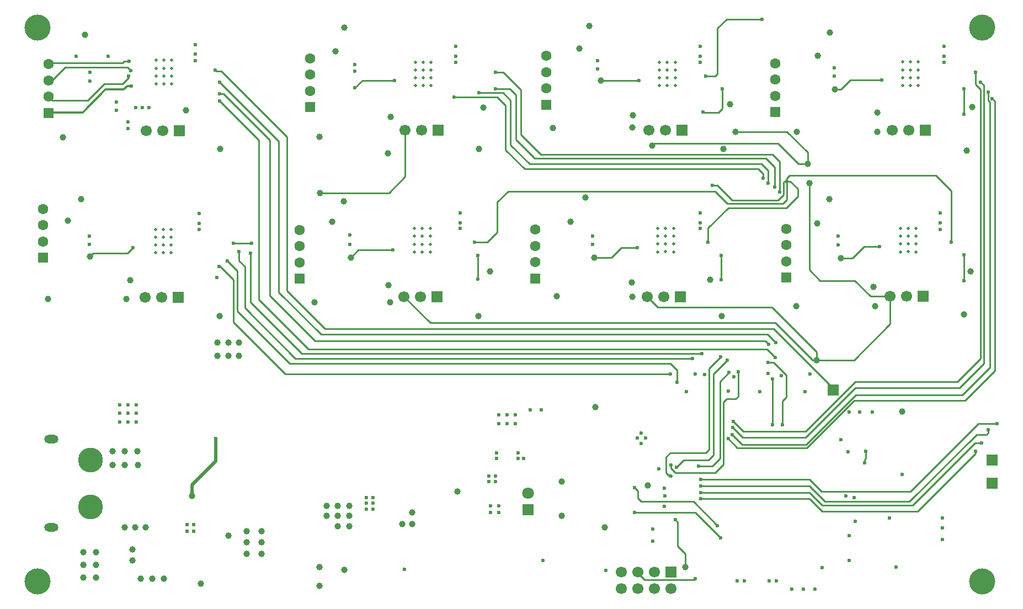
<source format=gbl>
G04 Layer_Physical_Order=4*
G04 Layer_Color=16711680*
%FSLAX25Y25*%
%MOIN*%
G70*
G01*
G75*
%ADD10C,0.01000*%
%ADD52C,0.01200*%
%ADD55C,0.02000*%
%ADD56R,0.07087X0.07087*%
%ADD57C,0.07087*%
%ADD58C,0.06299*%
%ADD59R,0.06299X0.06000*%
%ADD60O,0.08661X0.05118*%
%ADD61C,0.14961*%
%ADD62R,0.06693X0.06693*%
%ADD63C,0.06693*%
%ADD64R,0.06693X0.06693*%
%ADD65C,0.02362*%
%ADD66C,0.03937*%
%ADD67C,0.15748*%
%ADD68C,0.01969*%
%ADD69C,0.02400*%
D10*
X460706Y169000D02*
X465706Y164000D01*
X417000Y61500D02*
X432362Y46138D01*
X380500Y61500D02*
X417000D01*
X416000Y68000D02*
X430500Y53500D01*
X384500Y68000D02*
X416000D01*
X191000Y169000D02*
X460706D01*
X71000Y333000D02*
X72000Y334000D01*
X27156Y333000D02*
X71000D01*
X26500Y332344D02*
X27156Y333000D01*
X74000Y330500D02*
X76148Y328352D01*
X36500Y330500D02*
X74000D01*
X28500Y322500D02*
X36500Y330500D01*
X26500Y312659D02*
X28659Y310500D01*
X50000D01*
X26500Y322500D02*
X28500D01*
X60000Y320500D02*
X71000D01*
X50000Y310500D02*
X60000Y320500D01*
X71000D02*
X74690Y324189D01*
X72000Y334000D02*
X75000D01*
X127819Y328181D02*
X130860D01*
X127221Y328779D02*
X127819Y328181D01*
X74690Y324189D02*
Y325056D01*
X74944D01*
X129750Y314500D02*
X132000D01*
X165500Y194500D02*
Y285750D01*
X129750Y321500D02*
X165500Y285750D01*
X170500Y195500D02*
Y288542D01*
X130860Y328181D02*
X170500Y288542D01*
X132000Y314500D02*
X160000Y286500D01*
Y192500D02*
Y286500D01*
X170500Y195500D02*
X193500Y172500D01*
X165500Y194500D02*
X191000Y169000D01*
X160000Y192500D02*
X187500Y165000D01*
X459500D01*
X461500Y163000D01*
X129750Y310000D02*
X153500Y286250D01*
Y190000D02*
Y286250D01*
Y190000D02*
X183319Y160181D01*
X179500Y157500D02*
X421000D01*
X129500Y210000D02*
X130000D01*
X138000Y202000D01*
Y176500D02*
Y202000D01*
X134365Y213365D02*
X140500Y207230D01*
X138000Y176500D02*
X169500Y145000D01*
X402000D01*
Y151500D02*
X406000Y147500D01*
Y140000D02*
Y147500D01*
X183319Y160181D02*
X460319D01*
X465500Y155000D01*
X458000Y263500D02*
Y266000D01*
X455000Y269000D02*
X458000Y266000D01*
X314000Y269000D02*
X455000D01*
X302500Y280500D02*
X314000Y269000D01*
X305500Y283500D02*
X317000Y272000D01*
X308750Y286750D02*
Y313750D01*
X305000Y317500D02*
X308750Y313750D01*
X305500Y283500D02*
Y310500D01*
X302500Y280500D02*
Y307500D01*
X463858Y114264D02*
Y142000D01*
X461000Y152000D02*
X464509D01*
X469764Y114264D02*
Y128764D01*
X472000Y131000D01*
X464509Y152000D02*
X472000Y144509D01*
Y131000D02*
Y144509D01*
X463731Y277731D02*
X468000Y273463D01*
Y255000D02*
Y273463D01*
X459750Y275250D02*
X465000Y270000D01*
Y258000D02*
Y270000D01*
X317000Y272000D02*
X457000D01*
X461000Y268000D01*
Y260500D02*
Y268000D01*
X419000Y89500D02*
X427500D01*
X405750Y88750D02*
X410000Y93000D01*
X402500Y88000D02*
X405000Y85500D01*
X402500Y88000D02*
Y90000D01*
X402000Y97500D02*
X423500D01*
X399500Y95000D02*
X402000Y97500D01*
X399500Y85500D02*
Y95000D01*
Y85500D02*
X401500Y83500D01*
X402500D01*
X423500Y97500D02*
X425500Y99500D01*
Y148500D01*
X432500Y155500D01*
X428000Y145000D02*
X436500Y153500D01*
X432000Y94000D02*
Y140500D01*
X437500Y146000D01*
X427500Y89500D02*
X432000Y94000D01*
X443000Y131500D02*
Y146500D01*
X441500Y130000D02*
X443000Y131500D01*
X436000Y130000D02*
X441500D01*
X434000Y128000D02*
X436000Y130000D01*
X410000Y93000D02*
X425000D01*
X428000Y96000D01*
Y145000D01*
X405000Y85500D02*
X429000D01*
X434000Y90500D01*
Y128000D01*
X513817Y140286D02*
X575285D01*
X589500Y154500D01*
X439750Y112750D02*
X445750Y106750D01*
X483750D01*
X513786Y136785D01*
X440250Y116250D02*
X446250Y110250D01*
X483781D01*
X513817Y140286D01*
X445500Y102500D02*
X483950D01*
X439500Y108500D02*
X445500Y102500D01*
X483950D02*
X513986Y132536D01*
X442500Y100500D02*
X484496D01*
X437000Y106000D02*
X442500Y100500D01*
X484496D02*
X512996Y129000D01*
X513786Y136785D02*
X576735D01*
X513986Y132536D02*
X578496D01*
X512996Y129000D02*
X579960D01*
X420500Y73500D02*
X486000D01*
X420500Y77500D02*
X486000D01*
X420500Y81484D02*
X486000D01*
Y69673D02*
X493673Y62000D01*
X486000Y73500D02*
X493673Y65827D01*
X486000Y77500D02*
X495481Y68019D01*
X486000Y81484D02*
X493503Y73981D01*
X594177Y109677D02*
Y111500D01*
X546981Y73981D02*
X588000Y115000D01*
X599295D01*
X493503Y73981D02*
X546981D01*
X548327Y65827D02*
X586000Y103500D01*
X590000D01*
X495481Y68019D02*
X546519D01*
X587000Y108500D01*
X593000D01*
X594177Y109677D01*
X493673Y65827D02*
X548327D01*
X493673Y62000D02*
X551500D01*
X586500Y97000D01*
Y98500D01*
X216027Y322527D02*
X235527D01*
X211500Y318000D02*
X216027Y322527D01*
X360027D02*
X383027D01*
X510626Y322625D02*
X529626D01*
X505000Y317000D02*
X510626Y322625D01*
X501500Y317000D02*
X505000D01*
X74000Y218000D02*
X77500Y221500D01*
X53500Y218000D02*
X74000D01*
X51500Y216000D02*
X53500Y218000D01*
X209000Y215500D02*
X213500Y220000D01*
X234500D01*
X433366Y305366D02*
Y317366D01*
X431000Y303000D02*
X433366Y305366D01*
X422000Y303000D02*
X431000D01*
X421744Y303256D02*
X422000Y303000D01*
X311750Y289750D02*
Y316750D01*
X301000Y327500D02*
X311750Y316750D01*
X296500Y327500D02*
X301000D01*
X296500Y317500D02*
X305000D01*
X297500Y312500D02*
X302500Y307500D01*
X271500Y312500D02*
X297500D01*
X301000Y315000D02*
X305500Y310500D01*
X286500Y315000D02*
X301000D01*
X579960Y129000D02*
X598000Y147040D01*
X578496Y132536D02*
X595000Y149040D01*
X598000Y147040D02*
Y310000D01*
X596500Y311500D02*
X598000Y310000D01*
X594019Y310472D02*
X595000Y309491D01*
Y149040D02*
Y309491D01*
X594019Y310472D02*
Y311481D01*
X594000Y311500D02*
X594019Y311481D01*
X594000Y311500D02*
Y315500D01*
X576735Y136785D02*
X591300Y151350D01*
Y319700D01*
X589500Y321500D02*
X591300Y319700D01*
X589500Y154500D02*
Y317000D01*
X586500Y320000D02*
X589500Y317000D01*
X586500Y320000D02*
Y327500D01*
X579464Y317464D02*
X579500Y317429D01*
Y302000D02*
Y317429D01*
X285866Y202500D02*
Y216866D01*
X372500Y221500D02*
X382000D01*
X366500Y215500D02*
X372500Y221500D01*
X356000Y215500D02*
X366500D01*
X432866Y202134D02*
Y216866D01*
X519000Y222000D02*
X528500D01*
X512000Y215000D02*
X519000Y222000D01*
X505000Y215000D02*
X512000D01*
X579425Y201500D02*
Y216925D01*
X423414Y325086D02*
X429086D01*
X430500Y326500D01*
Y354000D01*
X436000Y359500D01*
X457500D01*
X148500Y188500D02*
X179500Y157500D01*
X172000Y151500D02*
X402000D01*
X140500Y183000D02*
Y207230D01*
Y183000D02*
X172000Y151500D01*
X175500Y154500D02*
X415500D01*
X148500Y188500D02*
Y218000D01*
X145000Y185000D02*
X175500Y154500D01*
X145000Y185000D02*
Y210000D01*
X138000Y224000D02*
X149000D01*
X283914Y224586D02*
X291414D01*
X297500Y230672D01*
Y249000D01*
X304000Y255500D01*
X429000D01*
X436500Y248000D01*
X424914Y224586D02*
Y233414D01*
X437000Y245500D01*
X427500Y259000D02*
X430500D01*
X439500Y250000D01*
X437000Y245500D02*
X472000D01*
X479000Y252500D01*
Y257000D01*
X436500Y248000D02*
X470000D01*
X472500Y250500D01*
X439500Y250000D02*
X467000D01*
X470500Y253500D01*
Y261000D01*
X471000Y261500D01*
X472500D01*
Y250500D02*
Y261500D01*
X474500D02*
X479000Y257000D01*
X472500Y261500D02*
X474500D01*
X472500D02*
Y263500D01*
X474000Y265000D01*
X193500Y172500D02*
X464500D01*
X500500Y136500D01*
Y135500D02*
Y136500D01*
X490500Y153500D02*
X513000D01*
X534718Y175217D01*
Y191925D01*
X388217Y191866D02*
X394584Y185500D01*
X463500D01*
X490500Y158500D01*
Y153500D02*
Y158500D01*
X241217Y191866D02*
X257084Y176000D01*
X465500D01*
X488000Y153500D01*
X490500D01*
X474000Y265000D02*
X562500D01*
X571645Y255855D01*
Y224645D02*
Y255855D01*
X523075Y191925D02*
X534718D01*
X513500Y201500D02*
X523075Y191925D01*
X486000Y208000D02*
Y260500D01*
Y208000D02*
X492500Y201500D01*
X513500D01*
X308750Y286750D02*
X320250Y275250D01*
X311750Y289750D02*
X323768Y277731D01*
X320250Y275250D02*
X459750D01*
X323768Y277731D02*
X463731D01*
X441500Y291500D02*
X472500D01*
X485000Y279000D01*
Y272000D02*
Y279000D01*
X479500Y272000D02*
X485000D01*
X392268Y284268D02*
X467232D01*
X391000Y283000D02*
X392268Y284268D01*
X467232D02*
X479500Y272000D01*
X141500Y213500D02*
X145000Y210000D01*
X141500Y213500D02*
Y219027D01*
X190500Y254500D02*
X232000D01*
X241718Y264217D01*
Y292366D01*
X416354Y20854D02*
X417000Y21500D01*
X386353Y20854D02*
X416354D01*
X382500Y24707D02*
X386353Y20854D01*
X382500Y24707D02*
Y25500D01*
X411000Y28500D02*
Y36500D01*
X406500Y41000D02*
X411000Y36500D01*
X406500Y41000D02*
Y55500D01*
X405000Y57000D02*
X406500Y55500D01*
X380500Y76500D02*
X382500Y74500D01*
Y70000D02*
Y74500D01*
Y70000D02*
X384500Y68000D01*
X420500Y69673D02*
X486000D01*
X519445Y91445D02*
Y93445D01*
X520000Y94000D01*
Y98500D01*
D52*
X26500Y303000D02*
X47000D01*
X60900Y316900D01*
X71900D02*
X74000Y319000D01*
X60900Y316900D02*
X71900D01*
X74000Y319000D02*
X76500D01*
Y319500D01*
D55*
X127500Y92500D02*
Y106000D01*
X113000Y78000D02*
X127500Y92500D01*
X113000Y71500D02*
Y78000D01*
D56*
X316000Y63079D02*
D03*
D57*
Y72921D02*
D03*
D58*
X26500Y332343D02*
D03*
Y322500D02*
D03*
Y312658D02*
D03*
X184500Y316158D02*
D03*
Y326000D02*
D03*
Y335843D02*
D03*
X327000Y317658D02*
D03*
Y327500D02*
D03*
Y337343D02*
D03*
X465500Y313079D02*
D03*
Y322921D02*
D03*
Y332764D02*
D03*
X23000Y225158D02*
D03*
Y235000D02*
D03*
Y244843D02*
D03*
X178000Y212499D02*
D03*
Y222341D02*
D03*
Y232185D02*
D03*
X320500Y212579D02*
D03*
Y222421D02*
D03*
Y232264D02*
D03*
X472000Y213079D02*
D03*
Y222921D02*
D03*
Y232764D02*
D03*
D59*
X26500Y302815D02*
D03*
X184500Y306315D02*
D03*
X327000Y307815D02*
D03*
X465500Y303236D02*
D03*
X23000Y215315D02*
D03*
X178000Y202657D02*
D03*
X320500Y202736D02*
D03*
X472000Y203236D02*
D03*
D60*
X28189Y52425D02*
D03*
Y105575D02*
D03*
D61*
X51811Y64827D02*
D03*
Y93173D02*
D03*
D62*
X500500Y135500D02*
D03*
X596500Y93000D02*
D03*
D63*
X372500Y15500D02*
D03*
Y25500D02*
D03*
X382500Y15500D02*
D03*
Y25500D02*
D03*
X392500Y15500D02*
D03*
Y25500D02*
D03*
X402500Y15500D02*
D03*
X95500Y292000D02*
D03*
X85500D02*
D03*
X251717Y292366D02*
D03*
X241718D02*
D03*
X399218D02*
D03*
X389217D02*
D03*
X546067Y292464D02*
D03*
X536067D02*
D03*
X94718Y191366D02*
D03*
X84718D02*
D03*
X251218Y191866D02*
D03*
X241217D02*
D03*
X398218D02*
D03*
X388217D02*
D03*
X544718Y191925D02*
D03*
X534718D02*
D03*
D64*
X402500Y25500D02*
D03*
X105500Y292000D02*
D03*
X596500Y79000D02*
D03*
X261718Y292366D02*
D03*
X409218D02*
D03*
X556067Y292464D02*
D03*
X104718Y191366D02*
D03*
X261217Y191866D02*
D03*
X408217D02*
D03*
X554717Y191925D02*
D03*
D65*
X465706Y164000D02*
D03*
X303500Y115000D02*
D03*
X298500Y120500D02*
D03*
X303500D02*
D03*
X308500D02*
D03*
X117500Y242000D02*
D03*
Y236000D02*
D03*
Y232500D02*
D03*
X297000Y94000D02*
D03*
Y97500D02*
D03*
X313500Y94000D02*
D03*
X310000D02*
D03*
Y97500D02*
D03*
X79500Y116000D02*
D03*
X74500D02*
D03*
X69500D02*
D03*
X79500Y121250D02*
D03*
X74500D02*
D03*
X69500D02*
D03*
X79500Y126500D02*
D03*
X74500D02*
D03*
X69500D02*
D03*
X62500Y337000D02*
D03*
X43000D02*
D03*
X87000Y306000D02*
D03*
X83000D02*
D03*
X79000D02*
D03*
X67500Y304500D02*
D03*
Y309500D02*
D03*
X74500Y293500D02*
D03*
Y297500D02*
D03*
X76500Y319000D02*
D03*
X74690Y325056D02*
D03*
X127221Y328779D02*
D03*
X567500Y333500D02*
D03*
Y337000D02*
D03*
X275000Y242500D02*
D03*
Y233000D02*
D03*
Y236500D02*
D03*
X420000Y333500D02*
D03*
Y337000D02*
D03*
X358000Y334500D02*
D03*
X420000Y343000D02*
D03*
X211500Y328000D02*
D03*
Y332000D02*
D03*
X272500Y333500D02*
D03*
Y337000D02*
D03*
Y343000D02*
D03*
X51500Y322000D02*
D03*
Y327500D02*
D03*
X114984Y344134D02*
D03*
Y334500D02*
D03*
Y338500D02*
D03*
X501000Y330000D02*
D03*
Y325000D02*
D03*
X503500Y228500D02*
D03*
Y223000D02*
D03*
X565000Y236500D02*
D03*
Y232500D02*
D03*
Y242500D02*
D03*
X51000Y228500D02*
D03*
Y223500D02*
D03*
X355000Y228500D02*
D03*
Y223500D02*
D03*
X420000Y236500D02*
D03*
Y233000D02*
D03*
Y242500D02*
D03*
X538500Y28500D02*
D03*
X363000Y26500D02*
D03*
X241500Y27013D02*
D03*
X298500Y115000D02*
D03*
X308500D02*
D03*
X317500Y123500D02*
D03*
X324000D02*
D03*
X391500Y44000D02*
D03*
Y51500D02*
D03*
X395000Y87646D02*
D03*
X417000Y145000D02*
D03*
X486500D02*
D03*
X475500Y15000D02*
D03*
X489500D02*
D03*
X510000Y122000D02*
D03*
X516500D02*
D03*
X510000Y47500D02*
D03*
X566500Y52000D02*
D03*
Y45000D02*
D03*
Y58000D02*
D03*
X127500Y106000D02*
D03*
X218500Y70500D02*
D03*
X222500D02*
D03*
X218500Y67000D02*
D03*
Y63500D02*
D03*
X222500D02*
D03*
Y67000D02*
D03*
X292500Y83500D02*
D03*
X296500D02*
D03*
X292500Y80000D02*
D03*
X296500D02*
D03*
X293500Y65500D02*
D03*
X298500D02*
D03*
X293500Y61500D02*
D03*
X298500D02*
D03*
X324966Y32466D02*
D03*
X482500Y15000D02*
D03*
X466146Y20146D02*
D03*
X446646D02*
D03*
X505000Y105500D02*
D03*
X524000Y122000D02*
D03*
X509354Y98146D02*
D03*
X513000Y70500D02*
D03*
X513854Y56146D02*
D03*
X534584Y58084D02*
D03*
X510034Y32466D02*
D03*
X508000Y71500D02*
D03*
X411646Y134354D02*
D03*
X398646Y71354D02*
D03*
X519445Y91445D02*
D03*
X442354Y20146D02*
D03*
X461854D02*
D03*
X129750Y310000D02*
D03*
Y314500D02*
D03*
Y321500D02*
D03*
X461500Y163000D02*
D03*
X148500Y218000D02*
D03*
X422600Y144834D02*
D03*
X421000Y157500D02*
D03*
X138000Y224000D02*
D03*
X415500Y154500D02*
D03*
X129500Y210000D02*
D03*
X134365Y213365D02*
D03*
X402000Y145000D02*
D03*
X406000Y140000D02*
D03*
X469000Y144000D02*
D03*
X456146Y134354D02*
D03*
X437000Y134854D02*
D03*
X465500Y155000D02*
D03*
X461000Y145500D02*
D03*
X468000Y255000D02*
D03*
X465000Y258000D02*
D03*
X461000Y260500D02*
D03*
X458000Y263500D02*
D03*
X463858Y114264D02*
D03*
Y142000D02*
D03*
X461000Y152000D02*
D03*
X469764Y114264D02*
D03*
X443000Y146500D02*
D03*
X440500Y143500D02*
D03*
X432500Y155500D02*
D03*
X436500Y153500D02*
D03*
X437500Y146000D02*
D03*
X405750Y88750D02*
D03*
X402500Y90000D02*
D03*
Y83500D02*
D03*
X419000Y89500D02*
D03*
X439750Y112750D02*
D03*
X440250Y116250D02*
D03*
X439500Y108500D02*
D03*
X437000Y106000D02*
D03*
X420500Y81484D02*
D03*
Y77500D02*
D03*
Y73500D02*
D03*
X586500Y98500D02*
D03*
X590000Y103500D02*
D03*
X594177Y111500D02*
D03*
X599295Y115000D02*
D03*
X76148Y328352D02*
D03*
X75000Y334000D02*
D03*
X235527Y322527D02*
D03*
X211500Y318000D02*
D03*
X383027Y322527D02*
D03*
X358000Y329500D02*
D03*
X529626Y322625D02*
D03*
X77500Y221500D02*
D03*
X128000Y203500D02*
D03*
X208500Y223500D02*
D03*
X234500Y220000D02*
D03*
X208500Y229000D02*
D03*
X433366Y317366D02*
D03*
X421744Y303256D02*
D03*
X296500Y327500D02*
D03*
Y317500D02*
D03*
X271500Y312500D02*
D03*
X286500Y315000D02*
D03*
X596500Y311500D02*
D03*
X594000Y315500D02*
D03*
X589500Y321500D02*
D03*
X586500Y327500D02*
D03*
X579464Y317464D02*
D03*
X579500Y302000D02*
D03*
X285866Y216866D02*
D03*
Y202500D02*
D03*
X382000Y221500D02*
D03*
X432866Y216866D02*
D03*
Y202134D02*
D03*
X528500Y222000D02*
D03*
X579425Y216925D02*
D03*
Y201500D02*
D03*
X423414Y325086D02*
D03*
X457500Y359500D02*
D03*
X149000Y224000D02*
D03*
X283914Y224586D02*
D03*
X424914D02*
D03*
X427500Y259000D02*
D03*
X571645Y224645D02*
D03*
X472500Y261500D02*
D03*
X483500Y134354D02*
D03*
X141500Y219027D02*
D03*
X417000Y21500D02*
D03*
X405000Y57000D02*
D03*
X493854Y28146D02*
D03*
X384500Y103000D02*
D03*
Y109500D02*
D03*
X382000Y106500D02*
D03*
X387000D02*
D03*
X542000Y84500D02*
D03*
X432362Y46138D02*
D03*
X380500Y61500D02*
D03*
Y76500D02*
D03*
X430500Y53500D02*
D03*
X398500Y65000D02*
D03*
Y76000D02*
D03*
X420500Y69673D02*
D03*
X567402Y343098D02*
D03*
X520000Y98500D02*
D03*
D66*
X80500Y90000D02*
D03*
X72500D02*
D03*
X65000D02*
D03*
X80000Y98500D02*
D03*
X72500D02*
D03*
X65000D02*
D03*
X273500Y74000D02*
D03*
X208000Y53000D02*
D03*
X201250D02*
D03*
X208000Y59500D02*
D03*
X201250D02*
D03*
X194500D02*
D03*
X208000Y65500D02*
D03*
X201250D02*
D03*
X194500D02*
D03*
X190000Y17000D02*
D03*
Y28500D02*
D03*
X130000Y281000D02*
D03*
X356756Y125000D02*
D03*
X205127Y26627D02*
D03*
X118285Y18500D02*
D03*
X498500Y351500D02*
D03*
X478500Y291500D02*
D03*
X580965Y280035D02*
D03*
X231866Y198634D02*
D03*
X286115Y180115D02*
D03*
X187134Y188366D02*
D03*
X204717Y249500D02*
D03*
X353218Y355282D02*
D03*
X331134Y293866D02*
D03*
X286500Y281000D02*
D03*
X190000Y288500D02*
D03*
X205218Y354500D02*
D03*
X48500Y350000D02*
D03*
X35000Y288000D02*
D03*
X109500Y304500D02*
D03*
X478075Y185925D02*
D03*
X524925Y197575D02*
D03*
X579500Y181000D02*
D03*
X75866Y201634D02*
D03*
X129615Y180115D02*
D03*
X26134Y190366D02*
D03*
X46218Y250782D02*
D03*
X378866Y200366D02*
D03*
X433115Y180000D02*
D03*
X350717Y251782D02*
D03*
X146000Y50000D02*
D03*
X155000D02*
D03*
X146000Y43250D02*
D03*
X155000D02*
D03*
Y36500D02*
D03*
X146000D02*
D03*
X240000Y54500D02*
D03*
X246000Y61500D02*
D03*
X72500Y52500D02*
D03*
X85000D02*
D03*
X77000Y39000D02*
D03*
Y32500D02*
D03*
X78750Y52500D02*
D03*
X246000Y54500D02*
D03*
X542000Y122500D02*
D03*
X113000Y71500D02*
D03*
X47500Y37500D02*
D03*
X55000D02*
D03*
X47500Y29750D02*
D03*
X55000D02*
D03*
X47500Y22000D02*
D03*
X55000D02*
D03*
X82000Y21500D02*
D03*
X89000D02*
D03*
X96000D02*
D03*
X135000Y47500D02*
D03*
X233000Y300500D02*
D03*
X199610Y340110D02*
D03*
X379500Y301500D02*
D03*
X360000Y322500D02*
D03*
X347110Y341610D02*
D03*
X379000Y294000D02*
D03*
X231500Y278500D02*
D03*
X526965Y303000D02*
D03*
X501500Y317000D02*
D03*
X491256Y337244D02*
D03*
X73366Y190366D02*
D03*
X527000Y291464D02*
D03*
X38110Y237610D02*
D03*
X51500Y216000D02*
D03*
X209000Y215500D02*
D03*
X197890Y237110D02*
D03*
X232866Y188366D02*
D03*
X438000Y308000D02*
D03*
X289000Y306000D02*
D03*
X584500Y306500D02*
D03*
X293000Y207000D02*
D03*
X356000Y215500D02*
D03*
X426256Y202000D02*
D03*
X505000Y215000D02*
D03*
X490669Y236169D02*
D03*
X498217Y250782D02*
D03*
X583500Y207000D02*
D03*
X128500Y164000D02*
D03*
X135000D02*
D03*
X141500D02*
D03*
X135000Y156000D02*
D03*
X141500D02*
D03*
X490500Y153500D02*
D03*
X486000Y260500D02*
D03*
X434000Y281000D02*
D03*
X391000Y283000D02*
D03*
X485000Y272000D02*
D03*
X441500Y291500D02*
D03*
X190500Y254500D02*
D03*
X341610Y237110D02*
D03*
X379000Y191866D02*
D03*
X525925Y185925D02*
D03*
X411000Y28500D02*
D03*
X128500Y156000D02*
D03*
X362500Y52500D02*
D03*
X388354Y77646D02*
D03*
X336500Y59500D02*
D03*
X336553Y79947D02*
D03*
X333500Y192000D02*
D03*
D67*
X590551Y19685D02*
D03*
Y354331D02*
D03*
X19685D02*
D03*
Y19685D02*
D03*
D68*
X100724Y320413D02*
D03*
Y325138D02*
D03*
X95999Y320500D02*
D03*
Y325138D02*
D03*
X100724Y334587D02*
D03*
X95999D02*
D03*
X91276D02*
D03*
X100724Y329862D02*
D03*
X91276D02*
D03*
Y325138D02*
D03*
X95999Y329862D02*
D03*
X91276Y320413D02*
D03*
X252717Y333453D02*
D03*
X247993D02*
D03*
Y324004D02*
D03*
Y319279D02*
D03*
X252717Y324004D02*
D03*
Y319366D02*
D03*
Y328728D02*
D03*
X257442D02*
D03*
Y324004D02*
D03*
Y319279D02*
D03*
Y333453D02*
D03*
X247993Y328728D02*
D03*
X404942Y319279D02*
D03*
Y324004D02*
D03*
X400217Y319366D02*
D03*
Y324004D02*
D03*
X404942Y333453D02*
D03*
X400217D02*
D03*
X395493D02*
D03*
X404942Y328728D02*
D03*
X395493D02*
D03*
Y324004D02*
D03*
X400217Y328728D02*
D03*
X395493Y319279D02*
D03*
X551791Y319377D02*
D03*
Y324102D02*
D03*
X547066Y319464D02*
D03*
Y324102D02*
D03*
X551791Y333552D02*
D03*
X547066D02*
D03*
X542343D02*
D03*
X551791Y328826D02*
D03*
X542343D02*
D03*
Y324102D02*
D03*
X547066Y328826D02*
D03*
X542343Y319377D02*
D03*
X100442Y218279D02*
D03*
Y223004D02*
D03*
X95717Y218366D02*
D03*
Y223004D02*
D03*
X100442Y232453D02*
D03*
X95717D02*
D03*
X90993D02*
D03*
X100442Y227728D02*
D03*
X90993D02*
D03*
Y223004D02*
D03*
X95717Y227728D02*
D03*
X90993Y218279D02*
D03*
X256942Y223504D02*
D03*
X252217Y218866D02*
D03*
Y223504D02*
D03*
X256942Y232953D02*
D03*
X252217D02*
D03*
X247493D02*
D03*
X256942Y228228D02*
D03*
X247493D02*
D03*
Y223504D02*
D03*
X252217Y228228D02*
D03*
X256942Y218779D02*
D03*
X247493D02*
D03*
X403942Y218838D02*
D03*
Y223563D02*
D03*
X399217Y218925D02*
D03*
Y223563D02*
D03*
X403942Y233012D02*
D03*
X399217D02*
D03*
X394493D02*
D03*
X403942Y228287D02*
D03*
X394493D02*
D03*
Y223563D02*
D03*
X399217Y228287D02*
D03*
X394493Y218838D02*
D03*
X550442D02*
D03*
Y223563D02*
D03*
X545717Y218925D02*
D03*
Y223563D02*
D03*
X550442Y233012D02*
D03*
X545717D02*
D03*
X540993D02*
D03*
X550442Y228287D02*
D03*
X540993D02*
D03*
Y223563D02*
D03*
X545717Y228287D02*
D03*
X540993Y218838D02*
D03*
D69*
X113969Y50031D02*
D03*
X110032D02*
D03*
X113969Y53968D02*
D03*
X110032D02*
D03*
M02*

</source>
